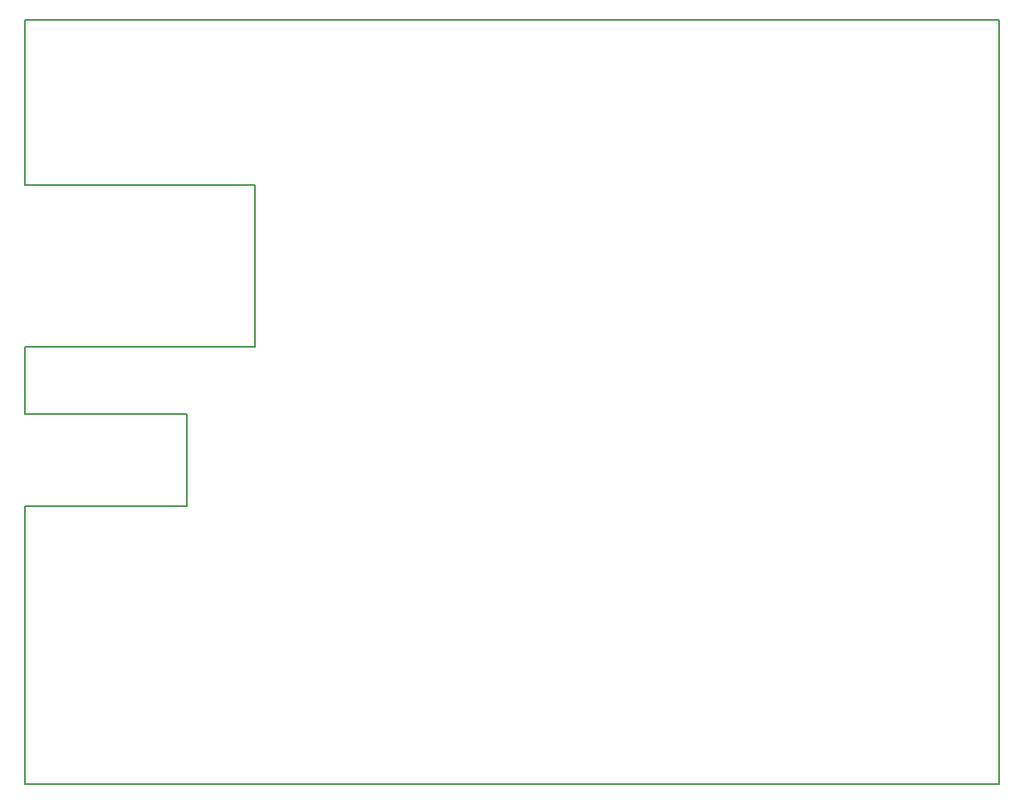
<source format=gm1>
G04 #@! TF.FileFunction,Profile,NP*
%FSLAX46Y46*%
G04 Gerber Fmt 4.6, Leading zero omitted, Abs format (unit mm)*
G04 Created by KiCad (PCBNEW 4.0.2-stable) date 8/22/2016 2:14:48 PM*
%MOMM*%
G01*
G04 APERTURE LIST*
%ADD10C,0.100000*%
%ADD11C,0.150000*%
G04 APERTURE END LIST*
D10*
D11*
X44000000Y-72000000D02*
X44000000Y-88900000D01*
X44000000Y-88900000D02*
X67400000Y-88900000D01*
X44000000Y-150000000D02*
X143296100Y-150000000D01*
X143296100Y-150000000D02*
X143296100Y-72000000D01*
X143296100Y-72000000D02*
X44000000Y-72000000D01*
X67400000Y-88900000D02*
X67400000Y-105410000D01*
X67400000Y-105410000D02*
X44000000Y-105410000D01*
X44000000Y-105410000D02*
X44000000Y-112250000D01*
X44000000Y-112250000D02*
X60492100Y-112250000D01*
X60492100Y-112250000D02*
X60492100Y-121650000D01*
X60492100Y-121650000D02*
X44000000Y-121650000D01*
X44000000Y-121650000D02*
X44000000Y-150000000D01*
M02*

</source>
